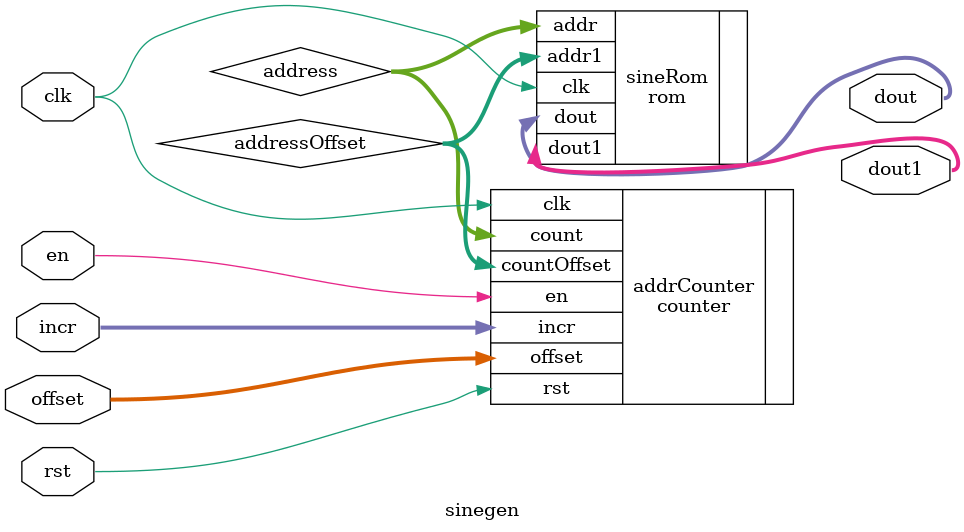
<source format=sv>
module sinegen #(
    parameter A_WIDTH = 8,
                D_WIDTH = 8
)(
    input   logic   clk,
    input   logic   rst,
    input   logic   en,
    input   logic   [D_WIDTH-1:0] incr,
    input   logic   [D_WIDTH-1:0] offset,
    output logic [D_WIDTH-1:0] dout,
    output logic [D_WIDTH-1:0] dout1
);

    logic [A_WIDTH-1:0] address;
    logic [A_WIDTH-1:0] addressOffset;

counter addrCounter(
    .clk (clk),
    .rst (rst),
    .en (en),
    .incr (incr),
    .count (address),
    .offset (offset),
    .countOffset (addressOffset)
);


rom sineRom (
    .clk (clk),
    .addr (address),
    .addr1 (addressOffset),
    .dout (dout),
    .dout1 (dout1)
);

endmodule

</source>
